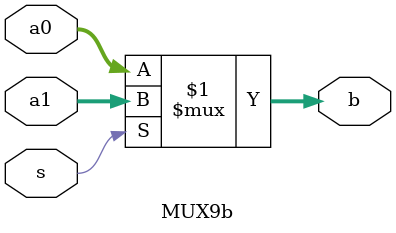
<source format=v>
module cpu(clk,reset,in,out,N,V,Z,mem_cmd,mem_addr,halt);
input clk, reset;
////??????
input [15:0] in;
output[15:0] out;
output[1:0] mem_cmd;
output[8:0] mem_addr;

output N, V, Z;



//Instruction Register
wire [15:0]reg_out;
//Instruction Decoder
wire [2:0] opcode;
wire [1:0] op;
wire [1:0]ALUop;
wire [15:0] sximm5;
wire [15:0] sximm8;

wire [2:0] readnum,writenum;
//inside instruction decoder
wire [4:0] imm5;
wire [7:0] imm8;
wire [2:0] Rm,Rd,Rn;
//State_machine
wire [2:0] nsel;
wire [5:0] present_state;
// datapath
wire [2:0]Z_out;
wire [3:0]vsel;
wire loada,loadb,asel,bsel,loadc,loads,loadir,loadpc,resetpc,addr_sel,load_addr,writefsm;
wire[8:0] addr_out;
wire [8:0] PC;
wire [2:0] cond;
output halt;
wire funcpc;
wire returnsig;
reg [1:0] shift;
//for instruction register
load_enable   #(16)  uo(in, reg_out, clk, loadir);

//for instruction Decoder
assign {opcode,op} = reg_out[15:11];////??????
assign ALUop =reg_out [12:11];

assign imm5 = reg_out[4:0];
assign imm8 = reg_out[7:0];
assign sximm5={ {11{imm5[4]}},imm5 };////????????
assign sximm8={ {8{imm8[7]}},imm8 };////????????
assign Rm=reg_out[2:0];

always@(*) begin
if((opcode==3'b011)|(opcode==3'b100))begin
shift=2'b00;
end else begin
shift=reg_out[4:3];
end

end



assign {Rn,Rd} = reg_out[10:5]; ///??????
assign cond=reg_out[10:8];


assign readnum=(Rm&{3{nsel[2]}}) | //3-input,3-bit multiplexer
              (Rd&{3{nsel[1]}}) |
              (Rn&{3{nsel[0]}}) ;  ///???????

assign writenum=(Rm&{3{nsel[2]}}) | //3-input,3-bit multiplexer
              (Rd&{3{nsel[1]}}) |
              (Rn&{3{nsel[0]}}) ;  ///???????

//for state machine

state_machine FSM(clk,reset,opcode,op,vsel,nsel,loada,loadb,loadc,loads,asel,bsel,writefsm,loadir,loadpc,resetpc,addr_sel,mem_cmd,load_addr,halt,funcpc,returnsig); 


//for datapath


 datapath DP(clk, readnum, vsel, loada, loadb, shift, asel, bsel, ALUop, loadc, loads, writenum, writefsm, out,
                 in,sximm8,PC,sximm5,Z_out);


assign N=Z_out[1];
assign V=Z_out[2];
assign Z=Z_out[0];

Counter1 ProgramCounter(opcode,op,cond,N,V,Z,sximm8[8:0],clk, resetpc, PC, loadpc,funcpc,out[8:0],returnsig);
MUX9b addr(PC, addr_out, addr_sel, mem_addr);

load_enable #(9) dataaddress(out[8:0],addr_out,clk,load_addr);

endmodule 

//state machine module

`define Reset     6'b000000
`define if1       6'b000001
`define if2       6'b000010
`define UpdatePC  6'b000011
`define Decode    6'b000100

`define GetA      6'b000101
`define GetB      6'b000110
`define Addzero   6'b000111
`define ALU       6'b001000
`define WriteReg  6'b001001
`define Writelmm  6'b001010

// the states below are the ones we introduced in Lab7 which do all the other operations as needed
// most states are self-descriptive, but the ones that are a bit ambiguous have a comment next to them
`define addimm5    6'b001011
`define WriteAddr  6'b001100
`define ReadMem    6'b001101
`define WriteIns   6'b001110
`define ReadReg    6'b001111
`define WriteMem   6'b010001
`define HALT       6'b010010

`define PCtoREG    6'b010011
`define Updatefunc 6'b010100
`define FuncB      6'b010101





/*Wait w=1;
  Decode ;
  GetA               nsel=3'b001;             loada=1;
  GetB               nsel=3'b100;                    loadb=1;
  Add     asel=bsel=0;            shift=2'b00;              ALUop=2'b00;                   loadc=1; (loads=1;)
  Addzero asel=1;bsel=0;          shift=2'b00;              ALUop=2'b00;                   loadc=1; (loads=1;)
  Bit_not asel=bsel=0;            shift=2'b00;              ALUop=2'b11;                   loadc=1; (loads=1;)
  And     asel=bsel=0;            shift=2'b00;              ALUop=2'b10;                   loadc=1; (loads=1;)  
  WriteReg           nsel=3'b010;                                        vsel=0001; write=1;
  Writelmm           nsel=3'b001;                                        vsel=0100; write=1;
*/
module state_machine(clk,reset,opcode,op,vsel,nsel,loada,loadb,loadc,loads,asel,bsel,writefsm,loadir,loadpc,resetpc,addr_sel,mem_cmd,load_addr,halt,funcpc,returnsig); 
input clk,reset;
input [2:0]opcode;
input [1:0]op;
output reg loada,loadb,loadc,loads,asel,bsel,writefsm,loadir,loadpc,resetpc,addr_sel,load_addr; // we added loadir,loadpc,resetpc,load_addr,mem_cmd, and address select
output reg [2:0] nsel;
output reg[1:0]mem_cmd;
output reg [3:0] vsel;
reg [5:0]present_state;
output halt,funcpc,returnsig;
reg halt,funcpc,returnsig;


always@(posedge clk)begin
  if(reset==1'b1) begin
  present_state =  `Reset;   ////????
  {loadir,loadpc,resetpc,addr_sel,mem_cmd,asel,bsel,nsel, loada,loadb, vsel, writefsm,loadc,loads,load_addr}= 21'b01_10_00_00_000_00_0000_0000;
 halt=1'b0;

  end else begin

  casex({opcode,op})


     5'b11010: case(present_state)
         
 			`Reset: present_state = `if1;			//this is where the controller starts
		    `if1: present_state = `if2;				//these instructions execute MOV instruction
		    `if2: present_state = `UpdatePC;
		    `UpdatePC: present_state = `Decode;
		 

                    `Decode: present_state=`Writelmm;
                     `Writelmm: present_state= `if1;
                     default:present_state=6'bxxxxxx;
              endcase
    5'b11000: case(present_state) 
   
		    `Reset: present_state = `if1;		//executes MOV Rd instruction
		    `if1: present_state = `if2;
		    `if2: present_state = `UpdatePC;
		    `UpdatePC: present_state = `Decode;

                    `Decode: present_state= `GetB;
                     `GetB: present_state=  `Addzero;
                     `Addzero: present_state=  `WriteReg;
                     `WriteReg: present_state= `if1;
                     default:present_state=6'bxxxxxx;
                endcase 

               
     5'b10101: case(present_state) 
/*
                  
*/
		    `Reset: present_state = `if1;		//executes CMP instructions
		    `if1: present_state = `if2;
		    `if2: present_state = `UpdatePC;
		    `UpdatePC: present_state = `Decode;

                    `Decode: present_state= `GetA;
                     `GetA: present_state=  `GetB;
                      `GetB: present_state=  `ALU;
                     `ALU: present_state=  `if1;
                     
                     default:present_state=6'bxxxxxx;
               endcase


	5'b10100: case(present_state) 
/*
                  
*/
		    `Reset: present_state = `if1;		//executes ADD instruction
		    `if1: present_state = `if2;
		    `if2: present_state = `UpdatePC;
		    `UpdatePC: present_state = `Decode;

                    `Decode: present_state= `GetA;
                     `GetA: present_state=  `GetB;
                      `GetB: present_state=  `ALU;
                     `ALU: present_state=  `WriteReg;
                     `WriteReg: present_state= `if1;
                     default:present_state=6'bxxxxxx;
               endcase


    5'b01100: case(present_state)
                    `Reset: present_state = `if1; 		//executes LDR instruction
		    `if1: present_state = `if2;
		    `if2: present_state = `UpdatePC;
		    `UpdatePC: present_state = `Decode;

                    `Decode: present_state = `GetA;
  	      	    `GetA: present_state = `addimm5;
 		    `addimm5: present_state = `WriteAddr;
		     `WriteAddr:present_state=`ReadMem;
		     `ReadMem:present_state= `WriteIns;
		     `WriteIns:present_state= `if1;
		   
		   default:present_state=6'bxxxxxx;
		endcase

    5'b10000: case(present_state)
                    `Reset: present_state = `if1;		//executes STR instruction
		    `if1: present_state = `if2;
		    `if2: present_state = `UpdatePC;
		    `UpdatePC: present_state = `Decode;

                    `Decode: present_state = `GetA;
		    `GetA: present_state = `addimm5;
 		    `addimm5: present_state = `WriteAddr;
		     `WriteAddr:present_state=`ReadReg;
		     `ReadReg:present_state=`Addzero;
		     `Addzero:present_state=`WriteMem;
		     `WriteMem:present_state=`if1;
         		default:present_state=6'bxxxxxx;
              endcase	

    5'b11100: case(present_state)
                    `Reset: present_state = `if1;	//executes HALT instruction
		    `if1: present_state = `if2;
		    `if2: present_state = `UpdatePC;
		    `UpdatePC: present_state = `Decode;

                    `Decode: present_state = `HALT;
		    `HALT: present_state = `HALT;     
		
              endcase	

	5'b00100:case(present_state)
			`Reset: present_state = `if1;
			 `if1: present_state = `if2;
		    `if2: present_state = `UpdatePC;
		    `UpdatePC: present_state = `Decode;

                    `Decode: present_state = `if1;
			default:present_state=6'bxxxxxx;
			endcase

	5'b01011:case(present_state)
		`Reset: present_state = `if1;
			 `if1: present_state = `if2;
		    `if2: present_state = `UpdatePC;
		    `UpdatePC: present_state = `PCtoREG;
	             `PCtoREG:present_state=`Updatefunc;
			`Updatefunc:present_state=`if1;
			 default:present_state=6'bxxxxxx;
		endcase

	5'b01000:case(present_state)
			`Reset: present_state = `if1;
			 `if1: present_state = `if2;
		    `if2: present_state = `UpdatePC;
		    `UpdatePC: present_state = `Decode;
                    `Decode: present_state= `FuncB;
                     `FuncB: present_state=  `Addzero;
                     `Addzero: present_state=  `Updatefunc;
                       `Updatefunc : present_state= `if1;
		 default:present_state=6'bxxxxxx;
		endcase

	5'b10111:case(present_state)

		 `Reset: present_state = `if1; 		//executes MVN instructions
		    `if1: present_state = `if2;
		    `if2: present_state = `UpdatePC;
		    `UpdatePC: present_state = `Decode;

                    `Decode: present_state= `GetB;
                     `GetB: present_state=  `Addzero;
                     `Addzero: present_state=  `WriteReg;
                     `WriteReg: present_state= `if1;
                     default:present_state=6'bxxxxxx;
		endcase

	
 		
     default:present_state=6'bxxxxxx;
  endcase


// below if statement sets a signal to PC counter to execute PC=Rd

if({opcode,op}==5'b01000)begin
	if(present_state==`Updatefunc)begin
	returnsig=1'b1;
	end else begin
	returnsig=1'b0;
	end
end else begin
returnsig=1'b0;
end



//below if statement sets a signal to PC counter to execute PC=PC+sximm8
if({opcode,op}==5'b01011)begin
	if(present_state==`Updatefunc)begin
	funcpc=1'b1;
	end else begin
	funcpc=1'b0;
	end
end else begin
funcpc=1'b0;
end


//sets halt(a signal which turns on LEDR[8] to either 1 or 0 depending on whether I have reached HALT yet
if(present_state==`HALT)begin
halt=1'b1;
end else begin
halt=1'b0;
end

  case(present_state) //this is where changes in output takes place for each state
 
   `if1:       {loadir,loadpc,resetpc,addr_sel,mem_cmd,asel,bsel,nsel, loada,loadb, vsel, writefsm,loadc,loads,load_addr}= 21'b00_01_01_00_000_00_0000_0000;
   `if2:       {loadir,loadpc,resetpc,addr_sel,mem_cmd,asel,bsel,nsel, loada,loadb, vsel, writefsm,loadc,loads,load_addr}= 21'b10_01_01_00_000_00_0000_0000;

   `UpdatePC:  {loadir,loadpc,resetpc,addr_sel,mem_cmd,asel,bsel,nsel, loada,loadb, vsel, writefsm,loadc,loads,load_addr}= 21'b01_00_00_00_000_00_0000_0000; 
   `Updatefunc:{loadir,loadpc,resetpc,addr_sel,mem_cmd,asel,bsel,nsel, loada,loadb, vsel, writefsm,loadc,loads,load_addr}= 21'b01_00_00_00_000_00_0000_0000; 



   `Decode:    {loadir,loadpc,resetpc,addr_sel,mem_cmd,asel,bsel,nsel, loada,loadb, vsel, writefsm,loadc,loads,load_addr}= 21'b00_00_00_00_000_00_0000_0000;

   `GetA:      {loadir,loadpc,resetpc,addr_sel,mem_cmd,asel,bsel,nsel, loada,loadb, vsel, writefsm,loadc,loads,load_addr}= 21'b00_00_00_00_001_10_0000_0000;
   `GetB:      {loadir,loadpc,resetpc,addr_sel,mem_cmd,asel,bsel,nsel, loada,loadb, vsel, writefsm,loadc,loads,load_addr}= 21'b00_00_00_00_100_01_0000_0000;
   `ALU:       {loadir,loadpc,resetpc,addr_sel,mem_cmd,asel,bsel,nsel, loada,loadb, vsel, writefsm,loadc,loads,load_addr}= 21'b00_00_01_00_000_00_0000_0110;
   `Addzero:   {loadir,loadpc,resetpc,addr_sel,mem_cmd,asel,bsel,nsel, loada,loadb, vsel, writefsm,loadc,loads,load_addr}= 21'b00_00_00_10_000_00_0000_011_0;

   `WriteReg:  {loadir,loadpc,resetpc,addr_sel,mem_cmd,asel,bsel,nsel, loada,loadb, vsel, writefsm,loadc,loads,load_addr}=   21'b00_00_00_00_010_00_0001_100_0;
   `Writelmm:  {loadir,loadpc,resetpc,addr_sel,mem_cmd,asel,bsel,nsel, loada,loadb, vsel, writefsm,loadc,loads,load_addr}=   21'b00_00_00_00_001_00_0100_1000;

   `addimm5:   {loadir,loadpc,resetpc,addr_sel,mem_cmd,asel,bsel,nsel, loada,loadb, vsel, writefsm,loadc,loads,load_addr}=   21'b00_00_00_01_000_00_0000_011_0; 
   `WriteAddr: {loadir,loadpc,resetpc,addr_sel,mem_cmd,asel,bsel,nsel, loada,loadb, vsel, writefsm,loadc,loads,load_addr}=   21'b00_00_00_00_000_00_0000_011_1;
   `ReadMem:   {loadir,loadpc,resetpc,addr_sel,mem_cmd,asel,bsel,nsel, loada,loadb, vsel, writefsm,loadc,loads,load_addr}=   21'b00_00_01_00_000_00_0000_000_0;
   `WriteIns:  {loadir,loadpc,resetpc,addr_sel,mem_cmd,asel,bsel,nsel, loada,loadb, vsel, writefsm,loadc,loads,load_addr}=   21'b00_00_01_00_010_00_1000_100_0;
   `ReadReg:   {loadir,loadpc,resetpc,addr_sel,mem_cmd,asel,bsel,nsel, loada,loadb, vsel, writefsm,loadc,loads,load_addr}=   21'b00_00_00_00_010_01_0000_000_0;
   `WriteMem:  {loadir,loadpc,resetpc,addr_sel,mem_cmd,asel,bsel,nsel, loada,loadb, vsel, writefsm,loadc,loads,load_addr}=   21'b00_00_10_00_000_00_0000_000_0;
   `HALT:      {loadir,loadpc,resetpc,addr_sel,mem_cmd,asel,bsel,nsel, loada,loadb, vsel, writefsm,loadc,loads,load_addr}=   21'b00_00_00_00_000_00_0000_000_0;

   `PCtoREG:   {loadir,loadpc,resetpc,addr_sel,mem_cmd,asel,bsel,nsel, loada,loadb, vsel, writefsm,loadc,loads,load_addr}=   21'b00_00_00_00_001_00_0010_100_0;
   `FuncB:     {loadir,loadpc,resetpc,addr_sel,mem_cmd,asel,bsel,nsel, loada,loadb, vsel, writefsm,loadc,loads,load_addr}=   21'b00_00_00_00_010_01_0000_0000;

    default:   {loadir,loadpc,resetpc,addr_sel,mem_cmd,asel,bsel,nsel, loada,loadb, vsel, writefsm,loadc,loads,load_addr}= 21'bxx_xx_xx_xx_xxx_xx_xxxx_xxxx; 
   endcase 
  end
 end
endmodule


module Counter1(opcode,op,cond,N,V,Z,imm,clk,rst,out, load,funcpc,in,returnsig) ;
  input rst, clk, load,N,V,Z,funcpc,returnsig ; // reset and clock
  output [8:0] out ;
  reg    [8:0] next_pc ;
input [8:0] imm,in;
input [2:0] opcode,cond;
input [1:0] op;



  load_enable #(9) count(next_pc, out, clk, load) ;

  always @(*) begin

if(rst)begin 
next_pc = 9'b000000000 ;
end else
    casex({opcode,op, cond})

      8'b001_00_000: next_pc = out+9'd1+imm;	//B instruction

      8'b001_00_001: begin 			
			if(Z == 1'b1) begin 	//BEQ instrucion
			next_pc = out+9'd1+imm;
			end else begin
			next_pc = out+9'd1;
			end 
		end

      8'b001_00_010:  begin 			//BNE instruction
			if(Z == 1'b0) begin 
			next_pc = out+9'd1+imm;
			end else begin
			next_pc = out+9'd1;
			end 
		end

      8'b001_00_011:  begin 			//BLT instruction
			if(N !== V) begin 
			next_pc = out+9'd1+imm;
			end else begin
			next_pc = out+9'd1;
			end 
		end

      8'b001_00_100: begin 			//BLE instruction
			if((N !== V)| (Z == 1'b1)) begin 
			next_pc = out+9'd1+imm;
			end else begin
			next_pc = out+9'd1;
			end 
		end
	8'b010_11_xxx:begin			//BL instruction
			if(funcpc==1'b1)begin
			next_pc = out+imm;
			end else begin
			next_pc = out+9'd1;
			end
		end
	8'b010_00_xxx:begin

	if(returnsig==1'b1)begin		//BX instruction
	next_pc=in;
	end else begin
	next_pc = out+9'd1;
	end
	end


//      1'b0: next_pc = out + 9'b000000001 ;
      default: next_pc =  out+9'd1;
    endcase
  end
endmodule


module MUX9b (a1, a0, s, b) ;
input [8:0] a0, a1;  // inputs
input s; // one-hot select (there might be a problem here )
output [8:0] b;
assign b = s ? a1 : a0;
endmodule







</source>
